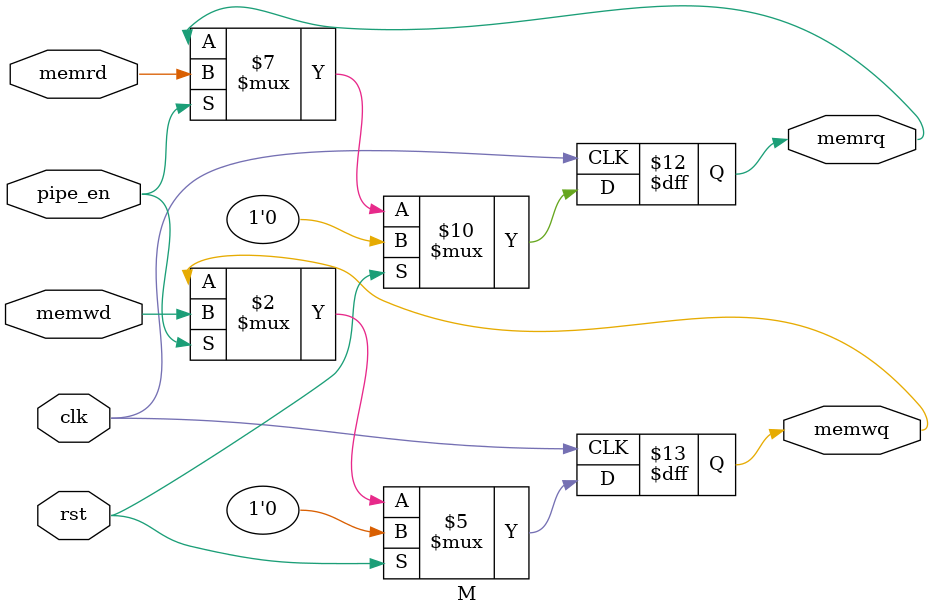
<source format=sv>
module M (
    input  var logic        clk,
    input  var logic        pipe_en,
    input  var logic        rst,
    input  var logic        memrd,
    input  var logic        memwd,
    output var logic        memrq,
    output var logic        memwq
);
    always_ff @(posedge clk) begin
        if (rst)begin 
            memrq   <= 1'b0;
            memwq   <= 1'b0;
        end
        else if (pipe_en) begin
            memrq   <= memrd;
            memwq   <= memwd;
        end
    end
endmodule
</source>
